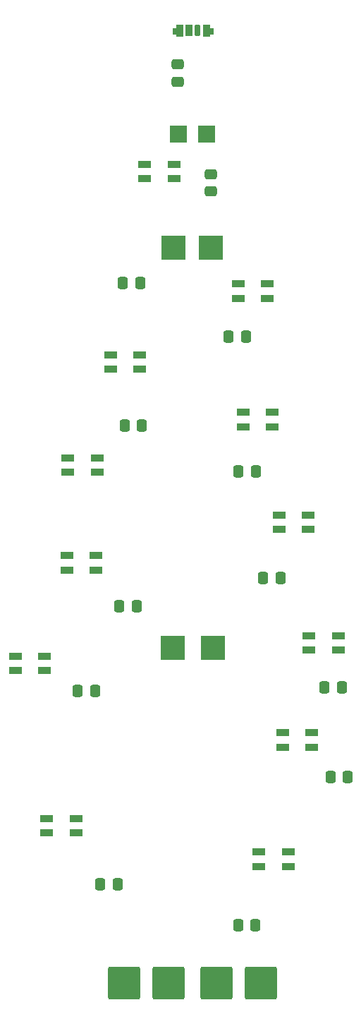
<source format=gbs>
G04 #@! TF.GenerationSoftware,KiCad,Pcbnew,8.0.5*
G04 #@! TF.CreationDate,2024-10-30T14:10:06+01:00*
G04 #@! TF.ProjectId,SL_Christmas_Tree_A,534c5f43-6872-4697-9374-6d61735f5472,2.1*
G04 #@! TF.SameCoordinates,Original*
G04 #@! TF.FileFunction,Soldermask,Bot*
G04 #@! TF.FilePolarity,Negative*
%FSLAX46Y46*%
G04 Gerber Fmt 4.6, Leading zero omitted, Abs format (unit mm)*
G04 Created by KiCad (PCBNEW 8.0.5) date 2024-10-30 14:10:06*
%MOMM*%
%LPD*%
G01*
G04 APERTURE LIST*
G04 Aperture macros list*
%AMRoundRect*
0 Rectangle with rounded corners*
0 $1 Rounding radius*
0 $2 $3 $4 $5 $6 $7 $8 $9 X,Y pos of 4 corners*
0 Add a 4 corners polygon primitive as box body*
4,1,4,$2,$3,$4,$5,$6,$7,$8,$9,$2,$3,0*
0 Add four circle primitives for the rounded corners*
1,1,$1+$1,$2,$3*
1,1,$1+$1,$4,$5*
1,1,$1+$1,$6,$7*
1,1,$1+$1,$8,$9*
0 Add four rect primitives between the rounded corners*
20,1,$1+$1,$2,$3,$4,$5,0*
20,1,$1+$1,$4,$5,$6,$7,0*
20,1,$1+$1,$6,$7,$8,$9,0*
20,1,$1+$1,$8,$9,$2,$3,0*%
G04 Aperture macros list end*
%ADD10C,0.010000*%
%ADD11RoundRect,0.250002X-1.699998X-1.699998X1.699998X-1.699998X1.699998X1.699998X-1.699998X1.699998X0*%
%ADD12RoundRect,0.250002X1.699998X1.699998X-1.699998X1.699998X-1.699998X-1.699998X1.699998X-1.699998X0*%
%ADD13RoundRect,0.250000X-0.337500X-0.475000X0.337500X-0.475000X0.337500X0.475000X-0.337500X0.475000X0*%
%ADD14RoundRect,0.250000X0.337500X0.475000X-0.337500X0.475000X-0.337500X-0.475000X0.337500X-0.475000X0*%
%ADD15R,1.600000X0.850000*%
%ADD16R,3.000000X3.000000*%
%ADD17RoundRect,0.250000X-0.475000X0.337500X-0.475000X-0.337500X0.475000X-0.337500X0.475000X0.337500X0*%
%ADD18R,2.000000X2.000000*%
%ADD19RoundRect,0.250000X0.475000X-0.337500X0.475000X0.337500X-0.475000X0.337500X-0.475000X-0.337500X0*%
%ADD20RoundRect,0.102000X-0.350000X-0.600000X0.350000X-0.600000X0.350000X0.600000X-0.350000X0.600000X0*%
%ADD21RoundRect,0.102000X-0.225000X-0.600000X0.225000X-0.600000X0.225000X0.600000X-0.225000X0.600000X0*%
G04 APERTURE END LIST*
D10*
X98625000Y-50100000D02*
X97875000Y-50100000D01*
X97875000Y-49850000D01*
X97425000Y-49850000D01*
X97425000Y-49100000D01*
X97875000Y-49100000D01*
X97875000Y-48700000D01*
X98625000Y-48700000D01*
X98625000Y-50100000D01*
G36*
X98625000Y-50100000D02*
G01*
X97875000Y-50100000D01*
X97875000Y-49850000D01*
X97425000Y-49850000D01*
X97425000Y-49100000D01*
X97875000Y-49100000D01*
X97875000Y-48700000D01*
X98625000Y-48700000D01*
X98625000Y-50100000D01*
G37*
X101775000Y-49100000D02*
X102225000Y-49100000D01*
X102225000Y-49850000D01*
X101775000Y-49850000D01*
X101775000Y-50100000D01*
X101025000Y-50100000D01*
X101025000Y-48700000D01*
X101775000Y-48700000D01*
X101775000Y-49100000D01*
G36*
X101775000Y-49100000D02*
G01*
X102225000Y-49100000D01*
X102225000Y-49850000D01*
X101775000Y-49850000D01*
X101775000Y-50100000D01*
X101025000Y-50100000D01*
X101025000Y-48700000D01*
X101775000Y-48700000D01*
X101775000Y-49100000D01*
G37*
D11*
X102630000Y-163710000D03*
X108025000Y-163700000D03*
X96930000Y-163730000D03*
D12*
X96930000Y-163730000D03*
D13*
X86000000Y-128675000D03*
X88075000Y-128675000D03*
X91650000Y-96825000D03*
X93725000Y-96825000D03*
D14*
X118425000Y-138975000D03*
X116350000Y-138975000D03*
D15*
X108775000Y-79800000D03*
X108775000Y-81550000D03*
X105275000Y-81550000D03*
X105275000Y-79800000D03*
X84825000Y-102425000D03*
X84825000Y-100675000D03*
X88325000Y-100675000D03*
X88325000Y-102425000D03*
X114100000Y-133675000D03*
X114100000Y-135425000D03*
X110600000Y-135425000D03*
X110600000Y-133675000D03*
X84675000Y-114150000D03*
X84675000Y-112400000D03*
X88175000Y-112400000D03*
X88175000Y-114150000D03*
D14*
X110325000Y-115125000D03*
X108250000Y-115125000D03*
D16*
X102200000Y-123475000D03*
D14*
X106187500Y-86175000D03*
X104112500Y-86175000D03*
D16*
X97500000Y-75500000D03*
D15*
X94050000Y-67200000D03*
X94050000Y-65450000D03*
X97550000Y-65450000D03*
X97550000Y-67200000D03*
D17*
X97975000Y-53487500D03*
X97975000Y-55562500D03*
D15*
X82275000Y-145700000D03*
X82275000Y-143950000D03*
X85775000Y-143950000D03*
X85775000Y-145700000D03*
D18*
X98100000Y-61825000D03*
D12*
X91575000Y-163700000D03*
D15*
X113700000Y-107525000D03*
X113700000Y-109275000D03*
X110200000Y-109275000D03*
X110200000Y-107525000D03*
D19*
X102000000Y-68737500D03*
X102000000Y-66662500D03*
D14*
X107400000Y-102300000D03*
X105325000Y-102300000D03*
D15*
X109350000Y-95200000D03*
X109350000Y-96950000D03*
X105850000Y-96950000D03*
X105850000Y-95200000D03*
X89925000Y-90075000D03*
X89925000Y-88325000D03*
X93425000Y-88325000D03*
X93425000Y-90075000D03*
D12*
X102630000Y-163710000D03*
D13*
X91437500Y-79675000D03*
X93512500Y-79675000D03*
D20*
X99375000Y-49400000D03*
D21*
X100400000Y-49400000D03*
D15*
X117275000Y-122000000D03*
X117275000Y-123750000D03*
X113775000Y-123750000D03*
X113775000Y-122000000D03*
D16*
X102000000Y-75450000D03*
D14*
X107325000Y-156775000D03*
X105250000Y-156775000D03*
D13*
X88725000Y-151800000D03*
X90800000Y-151800000D03*
D18*
X101475000Y-61850000D03*
D15*
X78500000Y-126225000D03*
X78500000Y-124475000D03*
X82000000Y-124475000D03*
X82000000Y-126225000D03*
D13*
X91012500Y-118450000D03*
X93087500Y-118450000D03*
D16*
X97375000Y-123500000D03*
D14*
X117712500Y-128200000D03*
X115637500Y-128200000D03*
D15*
X111275000Y-147975000D03*
X111275000Y-149725000D03*
X107775000Y-149725000D03*
X107775000Y-147975000D03*
M02*

</source>
